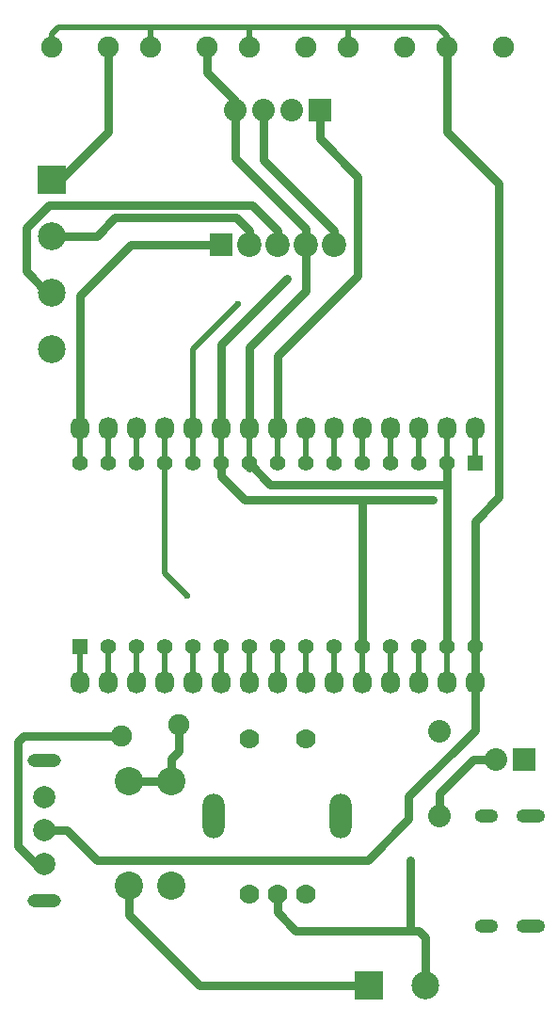
<source format=gbr>
G04 #@! TF.FileFunction,Copper,L2,Bot,Signal*
%FSLAX46Y46*%
G04 Gerber Fmt 4.6, Leading zero omitted, Abs format (unit mm)*
G04 Created by KiCad (PCBNEW 4.0.4-stable) date 09/06/17 14:08:56*
%MOMM*%
%LPD*%
G01*
G04 APERTURE LIST*
%ADD10C,0.500000*%
%ADD11R,2.032000X2.032000*%
%ADD12C,2.032000*%
%ADD13C,1.905000*%
%ADD14O,1.727200X2.032000*%
%ADD15C,2.540000*%
%ADD16C,2.000000*%
%ADD17O,3.000000X1.200000*%
%ADD18O,2.100000X1.200000*%
%ADD19O,2.600000X1.200000*%
%ADD20R,2.100580X2.100580*%
%ADD21C,2.199640*%
%ADD22R,2.499360X2.499360*%
%ADD23C,2.499360*%
%ADD24C,1.397000*%
%ADD25R,1.397000X1.397000*%
%ADD26C,1.778000*%
%ADD27O,1.998980X4.000500*%
%ADD28C,0.600000*%
%ADD29C,0.762000*%
%ADD30C,0.508000*%
G04 APERTURE END LIST*
D10*
D11*
X28575000Y84455000D03*
D12*
X26035000Y84455000D03*
X23495000Y84455000D03*
X20955000Y84455000D03*
D13*
X15875000Y29210000D03*
X10775000Y28210000D03*
D12*
X39370000Y28575000D03*
X39370000Y20955000D03*
D14*
X6985000Y33020000D03*
X9525000Y33020000D03*
X12065000Y33020000D03*
X14605000Y33020000D03*
X17145000Y33020000D03*
X19685000Y33020000D03*
X22225000Y33020000D03*
X24765000Y33020000D03*
X27305000Y33020000D03*
X29845000Y33020000D03*
X32385000Y33020000D03*
X34925000Y33020000D03*
X37465000Y33020000D03*
X40005000Y33020000D03*
X42545000Y33020000D03*
X6985000Y55880000D03*
X37465000Y55880000D03*
X40005000Y55880000D03*
X34925000Y55880000D03*
X19685000Y55880000D03*
X17145000Y55880000D03*
X22225000Y55880000D03*
X42545000Y55880000D03*
X27305000Y55880000D03*
X24765000Y55880000D03*
X29845000Y55880000D03*
X32385000Y55880000D03*
X12065000Y55880000D03*
X14605000Y55880000D03*
X9525000Y55880000D03*
D15*
X15240000Y24130000D03*
X15240000Y14732000D03*
D16*
X3784600Y19692620D03*
X3810000Y16685000D03*
X3810000Y22685000D03*
D17*
X3810000Y13385000D03*
X3810000Y25985000D03*
D13*
X4445000Y90170000D03*
X9525000Y90170000D03*
X13335000Y90170000D03*
X18415000Y90170000D03*
X22225000Y90170000D03*
X27305000Y90170000D03*
X31115000Y90170000D03*
X36195000Y90170000D03*
X40005000Y90170000D03*
X45085000Y90170000D03*
D15*
X11430000Y24130000D03*
X11430000Y14732000D03*
D18*
X43580000Y11049000D03*
X43580000Y20949000D03*
D19*
X47580000Y11049000D03*
X47580000Y20949000D03*
D20*
X19685000Y72390000D03*
D21*
X22225000Y72390000D03*
X24765000Y72390000D03*
X27305000Y72390000D03*
X29845000Y72390000D03*
D22*
X4445000Y78232000D03*
D23*
X4445000Y73152000D03*
X4445000Y68072000D03*
X4445000Y62992000D03*
D24*
X42545000Y36195000D03*
X40005000Y36195000D03*
X37465000Y36195000D03*
X34925000Y36195000D03*
X32385000Y36195000D03*
D25*
X6985000Y36195000D03*
D24*
X9525000Y36195000D03*
X12065000Y36195000D03*
X14605000Y36195000D03*
X17145000Y36195000D03*
X19685000Y36195000D03*
X22225000Y36195000D03*
X24765000Y36195000D03*
X27305000Y36195000D03*
X29845000Y36195000D03*
X6985000Y52705000D03*
X9525000Y52705000D03*
X12065000Y52705000D03*
X14605000Y52705000D03*
X17145000Y52705000D03*
D25*
X42545000Y52705000D03*
D24*
X40005000Y52705000D03*
X37465000Y52705000D03*
X34925000Y52705000D03*
X32385000Y52705000D03*
X29845000Y52705000D03*
X27305000Y52705000D03*
X24765000Y52705000D03*
X22225000Y52705000D03*
X19685000Y52705000D03*
D22*
X33020000Y5715000D03*
D23*
X38100000Y5715000D03*
D26*
X22225000Y13970000D03*
X27305000Y13970000D03*
X24765000Y13970000D03*
X22225000Y27940000D03*
X27305000Y27940000D03*
D27*
X30480000Y20955000D03*
X19050000Y20955000D03*
D12*
X44450000Y26035000D03*
D11*
X46990000Y26035000D03*
D28*
X36703000Y17018000D03*
X16637000Y40767000D03*
X21209000Y67056000D03*
X25654000Y69342000D03*
X38735000Y49403000D03*
D29*
X3810000Y16685000D02*
X3000000Y16685000D01*
X3000000Y16685000D02*
X1397000Y18288000D01*
X1397000Y18288000D02*
X1397000Y27686000D01*
X1397000Y27686000D02*
X1921000Y28210000D01*
X1921000Y28210000D02*
X10775000Y28210000D01*
X42545000Y36195000D02*
X42545000Y47498000D01*
X40005000Y82550000D02*
X40005000Y90170000D01*
X44704000Y77851000D02*
X40005000Y82550000D01*
X44704000Y49657000D02*
X44704000Y77851000D01*
X42545000Y47498000D02*
X44704000Y49657000D01*
X42545000Y33020000D02*
X42545000Y36195000D01*
X3784600Y19692620D02*
X5834380Y19692620D01*
X42545000Y28702000D02*
X42545000Y33020000D01*
X36576000Y22733000D02*
X42545000Y28702000D01*
X36576000Y20701000D02*
X36576000Y22733000D01*
X32893000Y17018000D02*
X36576000Y20701000D01*
X8509000Y17018000D02*
X32893000Y17018000D01*
X5834380Y19692620D02*
X8509000Y17018000D01*
D30*
X13335000Y90170000D02*
X13335000Y91948000D01*
X13335000Y91948000D02*
X13335000Y91821000D01*
X13335000Y91821000D02*
X13335000Y91948000D01*
X22225000Y90170000D02*
X22225000Y91948000D01*
X22352000Y91821000D02*
X22352000Y91948000D01*
X22225000Y91948000D02*
X22352000Y91821000D01*
X31115000Y90170000D02*
X31115000Y91948000D01*
X4445000Y90170000D02*
X4445000Y91313000D01*
X4445000Y91313000D02*
X5080000Y91948000D01*
X5080000Y91948000D02*
X13335000Y91948000D01*
X13335000Y91948000D02*
X22352000Y91948000D01*
X22352000Y91948000D02*
X31115000Y91948000D01*
X40005000Y91186000D02*
X40005000Y90170000D01*
X39243000Y91948000D02*
X40005000Y91186000D01*
X31115000Y91948000D02*
X39243000Y91948000D01*
D29*
X38100000Y5715000D02*
X38100000Y8890000D01*
X22225000Y55880000D02*
X22225000Y63119000D01*
X27305000Y68199000D02*
X27305000Y72390000D01*
X22225000Y63119000D02*
X27305000Y68199000D01*
X27305000Y72390000D02*
X27305000Y73787000D01*
X27305000Y73787000D02*
X20955000Y80137000D01*
X20955000Y80137000D02*
X20955000Y84455000D01*
X20955000Y84455000D02*
X20955000Y85344000D01*
X20955000Y85344000D02*
X18415000Y87884000D01*
X18415000Y87884000D02*
X18415000Y90170000D01*
X4445000Y78232000D02*
X5207000Y78232000D01*
X5207000Y78232000D02*
X9525000Y82550000D01*
X9525000Y82550000D02*
X9525000Y90170000D01*
X40005000Y50800000D02*
X24130000Y50800000D01*
X24130000Y50800000D02*
X22225000Y52705000D01*
X40005000Y36195000D02*
X40005000Y50800000D01*
X40005000Y50800000D02*
X40005000Y52705000D01*
X22225000Y52705000D02*
X22225000Y52324000D01*
X36703000Y10668000D02*
X36703000Y17018000D01*
X24765000Y13970000D02*
X24765000Y12319000D01*
X26416000Y10668000D02*
X36703000Y10668000D01*
X24765000Y12319000D02*
X26416000Y10668000D01*
D30*
X29845000Y33020000D02*
X29845000Y36195000D01*
X40005000Y33020000D02*
X40005000Y36195000D01*
X40005000Y52705000D02*
X40005000Y55880000D01*
X22225000Y52705000D02*
X22225000Y55880000D01*
D29*
X38100000Y10033000D02*
X38100000Y8890000D01*
X38100000Y8890000D02*
X38100000Y8255000D01*
X37465000Y10668000D02*
X38100000Y10033000D01*
X36703000Y10668000D02*
X37465000Y10668000D01*
D30*
X14605000Y52705000D02*
X14605000Y42799000D01*
X14605000Y42799000D02*
X16637000Y40767000D01*
X14605000Y52705000D02*
X14605000Y55880000D01*
D29*
X33020000Y5715000D02*
X17780000Y5715000D01*
X11430000Y12065000D02*
X11430000Y14732000D01*
X17780000Y5715000D02*
X11430000Y12065000D01*
X24765000Y55880000D02*
X24765000Y62357000D01*
X28575000Y81915000D02*
X28575000Y84455000D01*
X32004000Y78486000D02*
X28575000Y81915000D01*
X32004000Y69596000D02*
X32004000Y78486000D01*
X24765000Y62357000D02*
X32004000Y69596000D01*
D30*
X24765000Y52705000D02*
X24765000Y55880000D01*
X17145000Y55880000D02*
X17145000Y62992000D01*
X17145000Y62992000D02*
X21209000Y67056000D01*
X17145000Y52705000D02*
X17145000Y55880000D01*
D29*
X19685000Y52705000D02*
X19685000Y51562000D01*
X19685000Y51562000D02*
X21844000Y49403000D01*
X32385000Y49403000D02*
X21844000Y49403000D01*
X19685000Y55880000D02*
X19685000Y63373000D01*
X19685000Y63373000D02*
X25654000Y69342000D01*
X23495000Y84455000D02*
X23495000Y80010000D01*
X29845000Y73660000D02*
X29845000Y72390000D01*
X23495000Y80010000D02*
X29845000Y73660000D01*
X32385000Y49403000D02*
X21844000Y49403000D01*
X32385000Y49403000D02*
X38735000Y49403000D01*
X32385000Y36195000D02*
X32385000Y49403000D01*
X19812000Y52578000D02*
X19685000Y52705000D01*
D30*
X32385000Y33020000D02*
X32385000Y36195000D01*
X42545000Y52705000D02*
X42545000Y55880000D01*
X19685000Y52705000D02*
X19685000Y55880000D01*
D29*
X19685000Y72390000D02*
X11557000Y72390000D01*
X6985000Y67818000D02*
X6985000Y55880000D01*
X11557000Y72390000D02*
X6985000Y67818000D01*
D30*
X6985000Y52705000D02*
X6985000Y55880000D01*
D29*
X4445000Y73152000D02*
X8509000Y73152000D01*
X8509000Y73152000D02*
X10160000Y74803000D01*
X10160000Y74803000D02*
X21082000Y74803000D01*
X21082000Y74803000D02*
X22225000Y73660000D01*
X22225000Y73660000D02*
X22225000Y72390000D01*
D30*
X12065000Y52705000D02*
X12065000Y55880000D01*
D29*
X4445000Y68072000D02*
X4064000Y68072000D01*
X4064000Y68072000D02*
X2159000Y69977000D01*
X2159000Y69977000D02*
X2159000Y73914000D01*
X2159000Y73914000D02*
X4191000Y75946000D01*
X4191000Y75946000D02*
X22479000Y75946000D01*
X22479000Y75946000D02*
X24765000Y73660000D01*
X24765000Y73660000D02*
X24765000Y72390000D01*
D30*
X9525000Y52705000D02*
X9525000Y55880000D01*
X37465000Y52705000D02*
X37465000Y55880000D01*
X34925000Y52705000D02*
X34925000Y55880000D01*
D29*
X15240000Y24130000D02*
X15240000Y26162000D01*
X15875000Y26797000D02*
X15875000Y29210000D01*
X15240000Y26162000D02*
X15875000Y26797000D01*
X11430000Y24130000D02*
X15240000Y24130000D01*
D30*
X29845000Y52705000D02*
X29845000Y55880000D01*
X27305000Y52705000D02*
X27305000Y55880000D01*
X32385000Y52705000D02*
X32385000Y55880000D01*
D29*
X39370000Y20955000D02*
X39370000Y22987000D01*
X42418000Y26035000D02*
X44450000Y26035000D01*
X39370000Y22987000D02*
X42418000Y26035000D01*
D30*
X37465000Y33020000D02*
X37465000Y36195000D01*
X34925000Y33020000D02*
X34925000Y36195000D01*
X6985000Y33020000D02*
X6985000Y36195000D01*
X9525000Y33020000D02*
X9525000Y36195000D01*
X12065000Y33020000D02*
X12065000Y36195000D01*
X14605000Y33020000D02*
X14605000Y36195000D01*
X17145000Y33020000D02*
X17145000Y36195000D01*
X19685000Y33020000D02*
X19685000Y36195000D01*
X22225000Y33020000D02*
X22225000Y36195000D01*
X24765000Y33020000D02*
X24765000Y36195000D01*
X27305000Y33020000D02*
X27305000Y36195000D01*
M02*

</source>
